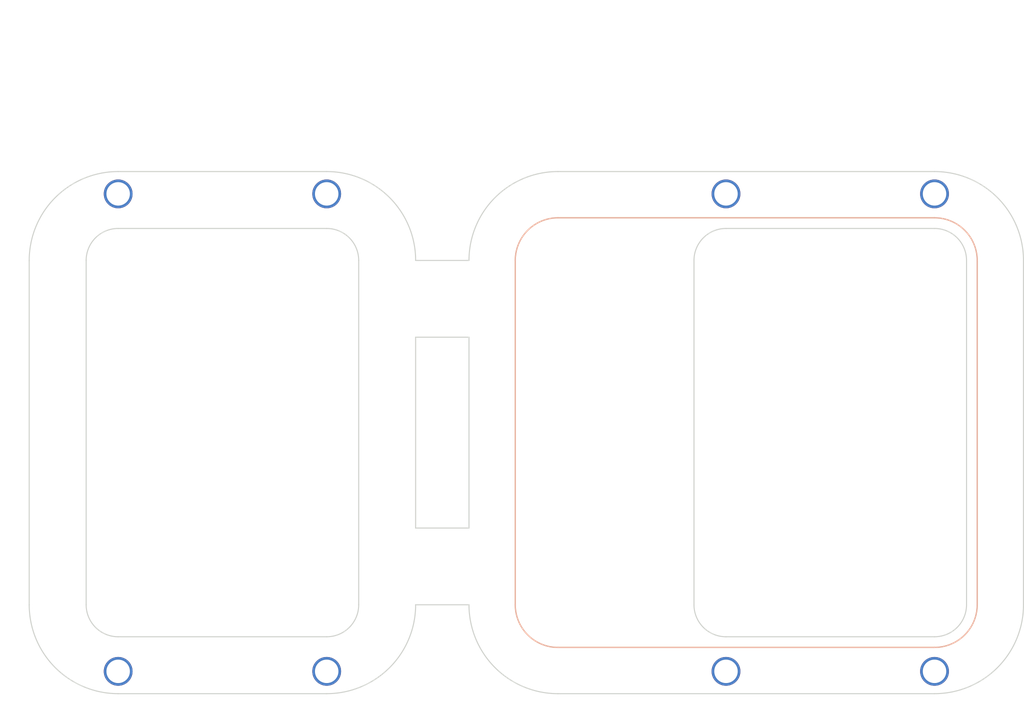
<source format=kicad_pcb>
(kicad_pcb (version 20221018) (generator pcbnew)
  (layers (0 "F.Cu" signal) (31 "B.Cu" signal) (34 "B.Paste" user) (35 "F.Paste" user) (36 "B.SilkS" user "B.Silkscreen") (37 "F.SilkS" user "F.Silkscreen") (38 "B.Mask" user) (39 "F.Mask" user) (44 "Edge.Cuts" user))
  (net 0 "")
  (footprint "DreaM117er-keebLibrary:Breakaway_Tabs_1" (layer "F.Cu") (at 128.102 86.78 90)
    (fp_text reference "REF**" hide)
    (fp_text value "Breakaway_Tabs_1" hide)
    (pad "" np_thru_hole circle (at -3.2 0 270) (size 0.45 0.45) (drill 0.45) (layers "F&B.Cu" "*.Mask"))
    (pad "" np_thru_hole circle (at -2.4 0 270) (size 0.45 0.45) (drill 0.45) (layers "F&B.Cu" "*.Mask"))
    (pad "" np_thru_hole circle (at -1.6 0 270) (size 0.45 0.45) (drill 0.45) (layers "F&B.Cu" "*.Mask"))
    (pad "" np_thru_hole circle (at -0.8 0 270) (size 0.45 0.45) (drill 0.45) (layers "F&B.Cu" "*.Mask"))
    (pad "" np_thru_hole circle (at 0 0 270) (size 0.45 0.45) (drill 0.45) (layers "F&B.Cu" "*.Mask"))
    (pad "" np_thru_hole circle (at 0.8 0 270) (size 0.45 0.45) (drill 0.45) (layers "F&B.Cu" "*.Mask"))
    (pad "" np_thru_hole circle (at 1.6 0 270) (size 0.45 0.45) (drill 0.45) (layers "F&B.Cu" "*.Mask"))
    (pad "" np_thru_hole circle (at 2.4 0 270) (size 0.45 0.45) (drill 0.45) (layers "F&B.Cu" "*.Mask"))
    (pad "" np_thru_hole circle (at 3.2 0 270) (size 0.45 0.45) (drill 0.45) (layers "F&B.Cu" "*.Mask"))
  )
  (footprint "MountingHole:MountingHole_2.2mm_M2_DIN965" (layer "F.Cu") (at 114.763384 51.835999)
    (fp_text reference "S18" hide)
    (fp_text value "M2-0.8mm")
    (pad "" thru_hole circle (at 0 0) (size 2.7 2.7) (drill 2.2) (layers "*.Cu" "*.Mask"))
  )
  (footprint "MountingHole:MountingHole_2.2mm_M2_DIN965" (layer "F.Cu") (at 152.19275 51.836213)
    (fp_text reference "S13" hide)
    (fp_text value "M2-0.8mm")
    (pad "" thru_hole circle (at 0 0) (size 2.7 2.7) (drill 2.2) (layers "*.Cu" "*.Mask"))
  )
  (footprint "MountingHole:MountingHole_2.2mm_M2_DIN965" (layer "F.Cu") (at 152.19275 96.624213)
    (fp_text reference "S16" hide)
    (fp_text value "M2-0.8mm")
    (pad "" thru_hole circle (at 0 0) (size 2.7 2.7) (drill 2.2) (layers "*.Cu" "*.Mask"))
  )
  (footprint "MountingHole:MountingHole_2.2mm_M2_DIN965" (layer "F.Cu") (at 171.739634 51.836213)
    (fp_text reference "S14" hide)
    (fp_text value "M2-0.8mm")
    (pad "" thru_hole circle (at 0 0) (size 2.7 2.7) (drill 2.2) (layers "*.Cu" "*.Mask"))
  )
  (footprint "MountingHole:MountingHole_2.2mm_M2_DIN965" (layer "F.Cu") (at 95.2165 96.623999)
    (fp_text reference "S19" hide)
    (fp_text value "M2-0.8mm")
    (pad "" thru_hole circle (at 0 0) (size 2.7 2.7) (drill 2.2) (layers "*.Cu" "*.Mask"))
  )
  (footprint "DreaM117er-keebLibrary:Breakaway_Tabs_1" (layer "F.Cu") (at 123.102 86.78 90)
    (fp_text reference "REF**" hide)
    (fp_text value "Breakaway_Tabs_1" hide)
    (pad "" np_thru_hole circle (at -3.2 0 270) (size 0.45 0.45) (drill 0.45) (layers "F&B.Cu" "*.Mask"))
    (pad "" np_thru_hole circle (at -2.4 0 270) (size 0.45 0.45) (drill 0.45) (layers "F&B.Cu" "*.Mask"))
    (pad "" np_thru_hole circle (at -1.6 0 270) (size 0.45 0.45) (drill 0.45) (layers "F&B.Cu" "*.Mask"))
    (pad "" np_thru_hole circle (at -0.8 0 270) (size 0.45 0.45) (drill 0.45) (layers "F&B.Cu" "*.Mask"))
    (pad "" np_thru_hole circle (at 0 0 270) (size 0.45 0.45) (drill 0.45) (layers "F&B.Cu" "*.Mask"))
    (pad "" np_thru_hole circle (at 0.8 0 270) (size 0.45 0.45) (drill 0.45) (layers "F&B.Cu" "*.Mask"))
    (pad "" np_thru_hole circle (at 1.6 0 270) (size 0.45 0.45) (drill 0.45) (layers "F&B.Cu" "*.Mask"))
    (pad "" np_thru_hole circle (at 2.4 0 270) (size 0.45 0.45) (drill 0.45) (layers "F&B.Cu" "*.Mask"))
    (pad "" np_thru_hole circle (at 3.2 0 270) (size 0.45 0.45) (drill 0.45) (layers "F&B.Cu" "*.Mask"))
  )
  (footprint "DreaM117er-keebLibrary:Azoteq_TPS43_201A_S" (layer "F.Cu") (at 154.08975 74.230213)
    (fp_text reference "TP1" hide)
    (fp_text value "TPS43")
    (fp_line (start -21.65 16.15) (end -21.65 -16.15) (stroke (width 0.12)) (layer "B.SilkS"))
    (fp_line (start 17.65 -20.15) (end -17.65 -20.15) (stroke (width 0.12)) (layer "B.SilkS"))
    (fp_line (start 17.65 20.15) (end -17.65 20.15) (stroke (width 0.12)) (layer "B.SilkS"))
    (fp_line (start 21.65 16.15) (end 21.65 -16.15) (stroke (width 0.12)) (layer "B.SilkS"))
    (fp_arc (start -21.65 -16.15) (mid -20.478427 -18.978427) (end -17.65 -20.15) (stroke (width 0.12)) (layer "B.SilkS"))
    (fp_arc (start -17.65 20.15) (mid -20.478427 18.978427) (end -21.65 16.15) (stroke (width 0.12)) (layer "B.SilkS"))
    (fp_arc (start 17.65 -20.15) (mid 20.478427 -18.978427) (end 21.65 -16.15) (stroke (width 0.12)) (layer "B.SilkS"))
    (fp_arc (start 21.65 16.15) (mid 20.478427 18.978427) (end 17.65 20.15) (stroke (width 0.12)) (layer "B.SilkS"))
    (fp_line (start -21.65 16.15) (end -21.65 -16.15) (stroke (width 0.12)) (layer "F.SilkS"))
    (fp_line (start -17.65 -20.15) (end 17.65 -20.15) (stroke (width 0.12)) (layer "F.SilkS"))
    (fp_line (start -17.65 20.15) (end 17.65 20.15) (stroke (width 0.12)) (layer "F.SilkS"))
    (fp_line (start 21.65 16.15) (end 21.65 -16.15) (stroke (width 0.12)) (layer "F.SilkS"))
    (fp_arc (start -21.65 -16.15) (mid -20.478427 -18.978427) (end -17.65 -20.15) (stroke (width 0.12)) (layer "F.SilkS"))
    (fp_arc (start -17.65 20.15) (mid -20.478427 18.978427) (end -21.65 16.15) (stroke (width 0.12)) (layer "F.SilkS"))
    (fp_arc (start 17.65 -20.15) (mid 20.478427 -18.978427) (end 21.65 -16.15) (stroke (width 0.12)) (layer "F.SilkS"))
    (fp_arc (start 21.65 16.15) (mid 20.478427 18.978427) (end 17.65 20.15) (stroke (width 0.12)) (layer "F.SilkS"))
  )
  (footprint "MountingHole:MountingHole_2.2mm_M2_DIN965" (layer "F.Cu") (at 95.2165 51.835999)
    (fp_text reference "S17" hide)
    (fp_text value "M2-0.8mm")
    (pad "" thru_hole circle (at 0 0) (size 2.7 2.7) (drill 2.2) (layers "*.Cu" "*.Mask"))
  )
  (footprint "DreaM117er-keebLibrary:Breakaway_Tabs_1" (layer "F.Cu") (at 128.102 61.68 90)
    (fp_text reference "REF**" hide)
    (fp_text value "Breakaway_Tabs_1" hide)
    (pad "" np_thru_hole circle (at -3.2 0 270) (size 0.45 0.45) (drill 0.45) (layers "*.Cu" "*.Mask"))
    (pad "" np_thru_hole circle (at -2.4 0 270) (size 0.45 0.45) (drill 0.45) (layers "*.Cu" "*.Mask"))
    (pad "" np_thru_hole circle (at -1.6 0 270) (size 0.45 0.45) (drill 0.45) (layers "*.Cu" "*.Mask"))
    (pad "" np_thru_hole circle (at -0.8 0 270) (size 0.45 0.45) (drill 0.45) (layers "*.Cu" "*.Mask"))
    (pad "" np_thru_hole circle (at 0 0 270) (size 0.45 0.45) (drill 0.45) (layers "F&B.Cu" "*.Mask"))
    (pad "" np_thru_hole circle (at 0.8 0 270) (size 0.45 0.45) (drill 0.45) (layers "F&B.Cu" "*.Mask"))
    (pad "" np_thru_hole circle (at 1.6 0 270) (size 0.45 0.45) (drill 0.45) (layers "*.Cu" "*.Mask"))
    (pad "" np_thru_hole circle (at 2.4 0 270) (size 0.45 0.45) (drill 0.45) (layers "*.Cu" "*.Mask"))
    (pad "" np_thru_hole circle (at 3.2 0 270) (size 0.45 0.45) (drill 0.45) (layers "*.Cu" "*.Mask"))
  )
  (footprint "MountingHole:MountingHole_2.2mm_M2_DIN965" (layer "F.Cu") (at 114.763384 96.623999)
    (fp_text reference "S20" hide)
    (fp_text value "M2-0.8mm")
    (pad "" thru_hole circle (at 0 0) (size 2.7 2.7) (drill 2.2) (layers "*.Cu" "*.Mask"))
  )
  (footprint "MountingHole:MountingHole_2.2mm_M2_DIN965" (layer "F.Cu") (at 171.739634 96.624213)
    (fp_text reference "S15" hide)
    (fp_text value "M2-0.8mm")
    (pad "" thru_hole circle (at 0 0) (size 2.7 2.7) (drill 2.2) (layers "*.Cu" "*.Mask"))
  )
  (footprint "DreaM117er-keebLibrary:Breakaway_Tabs_1" (layer "F.Cu") (at 123.102 61.68 90)
    (fp_text reference "REF**" hide)
    (fp_text value "Breakaway_Tabs_1" hide)
    (pad "" np_thru_hole circle (at -3.2 0 270) (size 0.45 0.45) (drill 0.45) (layers "F&B.Cu" "*.Mask"))
    (pad "" np_thru_hole circle (at -2.4 0 270) (size 0.45 0.45) (drill 0.45) (layers "F&B.Cu" "*.Mask"))
    (pad "" np_thru_hole circle (at -1.6 0 270) (size 0.45 0.45) (drill 0.45) (layers "F&B.Cu" "*.Mask"))
    (pad "" np_thru_hole circle (at -0.8 0 270) (size 0.45 0.45) (drill 0.45) (layers "F&B.Cu" "*.Mask"))
    (pad "" np_thru_hole circle (at 0 0 270) (size 0.45 0.45) (drill 0.45) (layers "F&B.Cu" "*.Mask"))
    (pad "" np_thru_hole circle (at 0.8 0 270) (size 0.45 0.45) (drill 0.45) (layers "F&B.Cu" "*.Mask"))
    (pad "" np_thru_hole circle (at 1.6 0 270) (size 0.45 0.45) (drill 0.45) (layers "F&B.Cu" "*.Mask"))
    (pad "" np_thru_hole circle (at 2.4 0 270) (size 0.45 0.45) (drill 0.45) (layers "F&B.Cu" "*.Mask"))
    (pad "" np_thru_hole circle (at 3.2 0 270) (size 0.45 0.45) (drill 0.45) (layers "F&B.Cu" "*.Mask"))
  )
  (gr_arc (start 86.8785 58.079999) (mid 89.320643 52.184144) (end 95.2165 49.741999) (stroke (width 0.1)) (layer "Edge.Cuts"))
  (gr_arc (start 171.73975 49.742213) (mid 177.635605 52.184357) (end 180.07775 58.080213) (stroke (width 0.1)) (layer "Edge.Cuts"))
  (gr_arc (start 117.7635 90.38) (mid 116.884801 92.5013) (end 114.7635 93.38) (stroke (width 0.1)) (layer "Edge.Cuts"))
  (gr_line (start 114.7635 93.38) (end 95.2165 93.38) (stroke (width 0.1)) (layer "Edge.Cuts"))
  (gr_arc (start 123.1015 90.379999) (mid 120.659355 96.275853) (end 114.7635 98.717999) (stroke (width 0.1)) (layer "Edge.Cuts"))
  (gr_line (start 128.10175 58.080213) (end 123.1015 58.079999) (stroke (width 0.1)) (layer "Edge.Cuts"))
  (gr_line (start 171.73975 98.718213) (end 136.43975 98.718213) (stroke (width 0.1)) (layer "Edge.Cuts"))
  (gr_arc (start 128.10175 58.080213) (mid 130.543893 52.184355) (end 136.43975 49.742213) (stroke (width 0.1)) (layer "Edge.Cuts"))
  (gr_line (start 114.7635 98.717999) (end 95.2165 98.717999) (stroke (width 0.1)) (layer "Edge.Cuts"))
  (gr_line (start 95.2165 55.079998) (end 114.7635 55.079998) (stroke (width 0.1)) (layer "Edge.Cuts"))
  (gr_arc (start 95.2165 98.717999) (mid 89.320646 96.275855) (end 86.8785 90.379999) (stroke (width 0.1)) (layer "Edge.Cuts"))
  (gr_line (start 128.10175 65.280213) (end 128.10175 83.180213) (stroke (width 0.1)) (layer "Edge.Cuts"))
  (gr_line (start 180.07775 58.080213) (end 180.07775 90.380213) (stroke (width 0.1)) (layer "Edge.Cuts"))
  (gr_line (start 123.1015 65.28) (end 128.10175 65.280213) (stroke (width 0.1)) (layer "Edge.Cuts"))
  (gr_arc (start 136.43975 98.718213) (mid 130.543893 96.27607) (end 128.10175 90.380213) (stroke (width 0.1)) (layer "Edge.Cuts"))
  (gr_line (start 92.2165 58.079998) (end 92.2165 90.38) (stroke (width 0.1)) (layer "Edge.Cuts"))
  (gr_arc (start 180.07775 90.380213) (mid 177.635605 96.276067) (end 171.73975 98.718213) (stroke (width 0.1)) (layer "Edge.Cuts"))
  (gr_line (start 117.7635 58.079998) (end 117.7635 90.38) (stroke (width 0.1)) (layer "Edge.Cuts"))
  (gr_arc (start 95.2165 93.38) (mid 93.095178 92.501333) (end 92.2165 90.38) (stroke (width 0.1)) (layer "Edge.Cuts"))
  (gr_arc (start 149.19275 58.080212) (mid 150.071422 55.958866) (end 152.19275 55.080212) (stroke (width 0.1)) (layer "Edge.Cuts"))
  (gr_arc (start 152.19275 93.380214) (mid 150.071392 92.501553) (end 149.19275 90.380214) (stroke (width 0.1)) (layer "Edge.Cuts"))
  (gr_line (start 95.2165 49.741999) (end 114.7635 49.741999) (stroke (width 0.1)) (layer "Edge.Cuts"))
  (gr_arc (start 171.73975 55.080212) (mid 173.861092 55.958851) (end 174.73975 58.080212) (stroke (width 0.1)) (layer "Edge.Cuts"))
  (gr_line (start 123.1015 65.28) (end 123.1015 83.18) (stroke (width 0.1)) (layer "Edge.Cuts"))
  (gr_line (start 86.8785 90.379999) (end 86.8785 58.079999) (stroke (width 0.1)) (layer "Edge.Cuts"))
  (gr_line (start 123.1015 90.379999) (end 128.10175 90.380213) (stroke (width 0.1)) (layer "Edge.Cuts"))
  (gr_line (start 136.43975 49.742213) (end 171.73975 49.742213) (stroke (width 0.1)) (layer "Edge.Cuts"))
  (gr_line (start 174.73975 58.080212) (end 174.73975 90.380214) (stroke (width 0.1)) (layer "Edge.Cuts"))
  (gr_line (start 149.19275 58.080212) (end 149.19275 90.380214) (stroke (width 0.1)) (layer "Edge.Cuts"))
  (gr_arc (start 174.73975 90.380214) (mid 173.861062 92.501508) (end 171.73975 93.380214) (stroke (width 0.1)) (layer "Edge.Cuts"))
  (gr_arc (start 92.2165 58.079998) (mid 93.095165 55.958665) (end 95.2165 55.079998) (stroke (width 0.1)) (layer "Edge.Cuts"))
  (gr_line (start 152.19275 55.080212) (end 171.73975 55.080212) (stroke (width 0.1)) (layer "Edge.Cuts"))
  (gr_line (start 171.73975 93.380214) (end 152.19275 93.380214) (stroke (width 0.1)) (layer "Edge.Cuts"))
  (gr_arc (start 114.7635 55.079998) (mid 116.884878 55.958631) (end 117.7635 58.079998) (stroke (width 0.1)) (layer "Edge.Cuts"))
  (gr_line (start 128.10175 83.180213) (end 123.1015 83.18) (stroke (width 0.1)) (layer "Edge.Cuts"))
  (gr_arc (start 114.7635 49.741999) (mid 120.659359 52.184142) (end 123.1015 58.079999) (stroke (width 0.1)) (layer "Edge.Cuts"))
)
</source>
